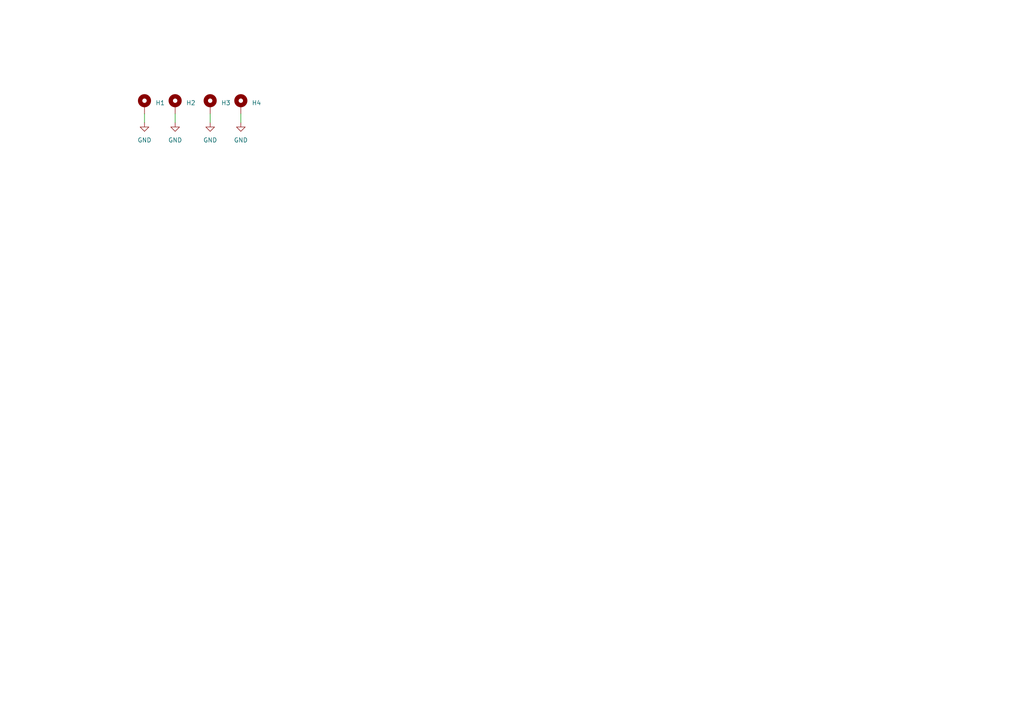
<source format=kicad_sch>
(kicad_sch (version 20231120) (generator "eeschema") (generator_version "8.0")
  (paper "A4")
  (lib_symbols
    (symbol "Mechanical:MountingHole_Pad" (pin_numbers hide) (pin_names (offset 1.016) hide)
      (property "Reference" "H" (at 0 6.35 0))
      (property "Value" "MountingHole_Pad" (at 0 4.445 0))
      (symbol "MountingHole_Pad_0_1"
        (circle (center 0 1.27) (radius 1.27) (stroke (width 1.27)))
      )
      (symbol "MountingHole_Pad_1_1"
        (pin input line (at 0 -2.54 90) (length 2.54) (name "1") (number "1"))
      )
    )
    (symbol "power:GND" (power) (pin_names (offset 0))
      (property "Value" "GND" (at 0 -3.81 0))
      (symbol "GND_0_1"
        (polyline (pts (xy 0 0) (xy 0 -1.27) (xy 1.27 -1.27) (xy 0 -2.54) (xy -1.27 -1.27) (xy 0 -1.27)))
      )
      (symbol "GND_1_1"
        (pin power_in line (at 0 0 270) (length 0) hide (name "GND") (number "1"))
      )
    )
  )
  (wire (pts (xy 41.91 33.02) (xy 41.91 35.56)))
  (wire (pts (xy 60.96 33.02) (xy 60.96 35.56)))
  (wire (pts (xy 69.85 33.02) (xy 69.85 35.56)))
  (wire (pts (xy 50.8 33.02) (xy 50.8 35.56)))
  (symbol (lib_id "power:GND") (at 69.85 35.56 0) (mirror y) (unit 1)
    (property "Reference" "#PWR011" (effects (hide yes)))
    (property "Value" "GND" (at 69.85 40.64 0))
  )
  (symbol (lib_id "Mechanical:MountingHole_Pad") (at 50.8 30.48 0) (unit 1)
    (property "Reference" "H2" (at 53.975 29.845 0) (effects (justify left)))
    (property "Value" "MountingHole_Pad" (effects (hide yes)))
    (property "Footprint" "MountingHole:MountingHole_4.5mm_Pad" (effects (hide yes)))
  )
  (symbol (lib_id "power:GND") (at 50.8 35.56 0) (mirror y) (unit 1)
    (property "Reference" "#PWR09" (effects (hide yes)))
    (property "Value" "GND" (at 50.8 40.64 0))
  )
  (symbol (lib_id "power:GND") (at 41.91 35.56 0) (mirror y) (unit 1)
    (property "Reference" "#PWR08" (effects (hide yes)))
    (property "Value" "GND" (at 41.91 40.64 0))
  )
  (symbol (lib_id "Mechanical:MountingHole_Pad") (at 60.96 30.48 0) (unit 1)
    (property "Reference" "H3" (at 64.135 29.845 0) (effects (justify left)))
    (property "Value" "MountingHole_Pad" (effects (hide yes)))
    (property "Footprint" "MountingHole:MountingHole_4.5mm_Pad" (effects (hide yes)))
  )
  (symbol (lib_id "Mechanical:MountingHole_Pad") (at 41.91 30.48 0) (unit 1)
    (property "Reference" "H1" (at 45.085 29.845 0) (effects (justify left)))
    (property "Value" "MountingHole_Pad" (effects (hide yes)))
    (property "Footprint" "MountingHole:MountingHole_4.5mm_Pad" (effects (hide yes)))
  )
  (symbol (lib_id "power:GND") (at 60.96 35.56 0) (mirror y) (unit 1)
    (property "Reference" "#PWR010" (effects (hide yes)))
    (property "Value" "GND" (at 60.96 40.64 0))
  )
  (symbol (lib_id "Mechanical:MountingHole_Pad") (at 69.85 30.48 0) (unit 1)
    (property "Reference" "H4" (at 73.025 29.845 0) (effects (justify left)))
    (property "Value" "MountingHole_Pad" (effects (hide yes)))
    (property "Footprint" "MountingHole:MountingHole_4.5mm_Pad" (effects (hide yes)))
  )
)
</source>
